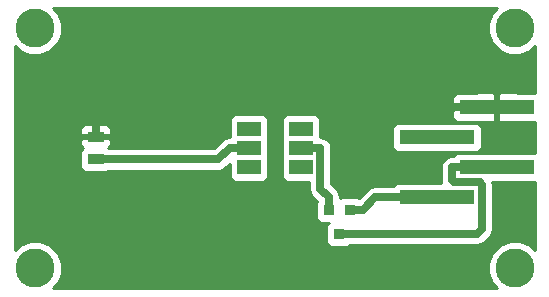
<source format=gtl>
G04 (created by PCBNEW-RS274X (2012-apr-16-27)-stable) date Thu 15 May 2014 11:09:12 AM PDT*
G01*
G70*
G90*
%MOIN*%
G04 Gerber Fmt 3.4, Leading zero omitted, Abs format*
%FSLAX34Y34*%
G04 APERTURE LIST*
%ADD10C,0.006000*%
%ADD11C,0.130000*%
%ADD12R,0.036000X0.036000*%
%ADD13R,0.055000X0.035000*%
%ADD14R,0.250000X0.050000*%
%ADD15R,0.078700X0.051200*%
%ADD16C,0.025000*%
%ADD17C,0.010000*%
G04 APERTURE END LIST*
G54D10*
G54D11*
X31000Y-21000D03*
X31000Y-29000D03*
X47000Y-29000D03*
X47000Y-21000D03*
G54D12*
X40792Y-27061D03*
X41492Y-27061D03*
X41142Y-27861D03*
G54D13*
X33024Y-24625D03*
X33024Y-25375D03*
G54D14*
X44402Y-26644D03*
X46398Y-25644D03*
X44402Y-24644D03*
X46398Y-23644D03*
G54D15*
X38134Y-24370D03*
X39866Y-24370D03*
X38134Y-25000D03*
X39866Y-25000D03*
X38134Y-25630D03*
X39866Y-25630D03*
G54D16*
X44970Y-26144D02*
X45822Y-26144D01*
X44898Y-26072D02*
X44970Y-26144D01*
X44898Y-25644D02*
X44898Y-26072D01*
X46398Y-25644D02*
X44898Y-25644D01*
X45730Y-27861D02*
X41142Y-27861D01*
X45894Y-27697D02*
X45730Y-27861D01*
X45894Y-26216D02*
X45894Y-27697D01*
X45822Y-26144D02*
X45894Y-26216D01*
X42339Y-26644D02*
X41922Y-27061D01*
X44402Y-26644D02*
X42339Y-26644D01*
X41492Y-27061D02*
X41922Y-27061D01*
X33580Y-23644D02*
X33024Y-24200D01*
X46398Y-23644D02*
X33580Y-23644D01*
X33024Y-24625D02*
X33024Y-24200D01*
X37116Y-25375D02*
X33024Y-25375D01*
X37491Y-25000D02*
X37116Y-25375D01*
X38134Y-25000D02*
X37491Y-25000D01*
X40510Y-26349D02*
X40792Y-26631D01*
X40510Y-25000D02*
X40510Y-26349D01*
X39866Y-25000D02*
X40510Y-25000D01*
X40792Y-27061D02*
X40792Y-26631D01*
G54D10*
G36*
X47675Y-28402D02*
X47511Y-28238D01*
X47180Y-28100D01*
X46822Y-28100D01*
X46491Y-28237D01*
X46238Y-28489D01*
X46100Y-28820D01*
X46100Y-29178D01*
X46237Y-29509D01*
X46402Y-29675D01*
X38776Y-29675D01*
X38776Y-25936D01*
X38776Y-25837D01*
X38776Y-25325D01*
X38772Y-25315D01*
X38776Y-25306D01*
X38776Y-25207D01*
X38776Y-24695D01*
X38772Y-24685D01*
X38776Y-24676D01*
X38776Y-24577D01*
X38776Y-24065D01*
X38738Y-23973D01*
X38668Y-23903D01*
X38577Y-23865D01*
X38478Y-23865D01*
X37692Y-23865D01*
X37600Y-23903D01*
X37530Y-23973D01*
X37492Y-24064D01*
X37492Y-24163D01*
X37492Y-24625D01*
X37491Y-24625D01*
X37347Y-24654D01*
X37226Y-24735D01*
X36961Y-25000D01*
X33451Y-25000D01*
X33510Y-24941D01*
X33548Y-24849D01*
X33549Y-24737D01*
X33549Y-24513D01*
X33548Y-24401D01*
X33510Y-24309D01*
X33440Y-24239D01*
X33349Y-24201D01*
X33250Y-24201D01*
X33136Y-24200D01*
X33074Y-24262D01*
X33074Y-24575D01*
X33487Y-24575D01*
X33549Y-24513D01*
X33549Y-24737D01*
X33487Y-24675D01*
X33124Y-24675D01*
X33074Y-24675D01*
X32974Y-24675D01*
X32974Y-24575D01*
X32974Y-24262D01*
X32912Y-24200D01*
X32798Y-24201D01*
X32699Y-24201D01*
X32608Y-24239D01*
X32538Y-24309D01*
X32500Y-24401D01*
X32499Y-24513D01*
X32561Y-24575D01*
X32974Y-24575D01*
X32974Y-24675D01*
X32924Y-24675D01*
X32561Y-24675D01*
X32499Y-24737D01*
X32500Y-24849D01*
X32538Y-24941D01*
X32597Y-25000D01*
X32538Y-25059D01*
X32500Y-25150D01*
X32500Y-25249D01*
X32500Y-25599D01*
X32538Y-25691D01*
X32608Y-25761D01*
X32699Y-25799D01*
X32798Y-25799D01*
X33348Y-25799D01*
X33440Y-25761D01*
X33451Y-25750D01*
X37116Y-25750D01*
X37259Y-25721D01*
X37260Y-25721D01*
X37381Y-25640D01*
X37492Y-25529D01*
X37492Y-25935D01*
X37530Y-26027D01*
X37600Y-26097D01*
X37691Y-26135D01*
X37790Y-26135D01*
X38576Y-26135D01*
X38668Y-26097D01*
X38738Y-26027D01*
X38776Y-25936D01*
X38776Y-29675D01*
X31597Y-29675D01*
X31762Y-29511D01*
X31900Y-29180D01*
X31900Y-28822D01*
X31763Y-28491D01*
X31511Y-28238D01*
X31180Y-28100D01*
X30822Y-28100D01*
X30491Y-28237D01*
X30325Y-28402D01*
X30325Y-21597D01*
X30489Y-21762D01*
X30820Y-21900D01*
X31178Y-21900D01*
X31509Y-21763D01*
X31762Y-21511D01*
X31900Y-21180D01*
X31900Y-20822D01*
X31763Y-20491D01*
X31597Y-20325D01*
X46402Y-20325D01*
X46238Y-20489D01*
X46100Y-20820D01*
X46100Y-21178D01*
X46237Y-21509D01*
X46489Y-21762D01*
X46820Y-21900D01*
X47178Y-21900D01*
X47509Y-21763D01*
X47675Y-21597D01*
X47675Y-23145D01*
X47599Y-23145D01*
X46510Y-23144D01*
X46448Y-23206D01*
X46448Y-23544D01*
X46448Y-23594D01*
X46448Y-23694D01*
X46448Y-23744D01*
X46448Y-24082D01*
X46510Y-24144D01*
X47599Y-24143D01*
X47675Y-24143D01*
X47675Y-25145D01*
X47599Y-25145D01*
X46348Y-25145D01*
X46348Y-24082D01*
X46348Y-23694D01*
X46348Y-23594D01*
X46348Y-23206D01*
X46286Y-23144D01*
X45197Y-23145D01*
X45098Y-23145D01*
X45007Y-23183D01*
X44937Y-23253D01*
X44899Y-23345D01*
X44898Y-23532D01*
X44960Y-23594D01*
X46348Y-23594D01*
X46348Y-23694D01*
X44960Y-23694D01*
X44898Y-23756D01*
X44899Y-23943D01*
X44937Y-24035D01*
X45007Y-24105D01*
X45098Y-24143D01*
X45197Y-24143D01*
X46286Y-24144D01*
X46348Y-24082D01*
X46348Y-25145D01*
X45901Y-25145D01*
X45901Y-24944D01*
X45901Y-24845D01*
X45901Y-24345D01*
X45863Y-24253D01*
X45793Y-24183D01*
X45702Y-24145D01*
X45603Y-24145D01*
X43103Y-24145D01*
X43011Y-24183D01*
X42941Y-24253D01*
X42903Y-24344D01*
X42903Y-24443D01*
X42903Y-24943D01*
X42941Y-25035D01*
X43011Y-25105D01*
X43102Y-25143D01*
X43201Y-25143D01*
X45701Y-25143D01*
X45793Y-25105D01*
X45863Y-25035D01*
X45901Y-24944D01*
X45901Y-25145D01*
X45099Y-25145D01*
X45007Y-25183D01*
X44937Y-25253D01*
X44930Y-25269D01*
X44898Y-25269D01*
X44754Y-25298D01*
X44633Y-25379D01*
X44552Y-25500D01*
X44523Y-25644D01*
X44523Y-26072D01*
X44537Y-26145D01*
X43103Y-26145D01*
X43011Y-26183D01*
X42941Y-26253D01*
X42934Y-26269D01*
X42339Y-26269D01*
X42195Y-26298D01*
X42134Y-26338D01*
X42073Y-26379D01*
X41791Y-26661D01*
X41722Y-26632D01*
X41623Y-26632D01*
X41263Y-26632D01*
X41171Y-26670D01*
X41167Y-26674D01*
X41167Y-26631D01*
X41166Y-26630D01*
X41138Y-26488D01*
X41138Y-26487D01*
X41097Y-26426D01*
X41057Y-26366D01*
X41057Y-26365D01*
X40885Y-26193D01*
X40885Y-25000D01*
X40856Y-24856D01*
X40775Y-24735D01*
X40654Y-24654D01*
X40510Y-24625D01*
X40508Y-24625D01*
X40508Y-24577D01*
X40508Y-24065D01*
X40470Y-23973D01*
X40400Y-23903D01*
X40309Y-23865D01*
X40210Y-23865D01*
X39424Y-23865D01*
X39332Y-23903D01*
X39262Y-23973D01*
X39224Y-24064D01*
X39224Y-24163D01*
X39224Y-24675D01*
X39227Y-24684D01*
X39224Y-24694D01*
X39224Y-24793D01*
X39224Y-25305D01*
X39227Y-25314D01*
X39224Y-25324D01*
X39224Y-25423D01*
X39224Y-25935D01*
X39262Y-26027D01*
X39332Y-26097D01*
X39423Y-26135D01*
X39522Y-26135D01*
X40135Y-26135D01*
X40135Y-26349D01*
X40164Y-26493D01*
X40245Y-26614D01*
X40392Y-26761D01*
X40363Y-26831D01*
X40363Y-26930D01*
X40363Y-27290D01*
X40401Y-27382D01*
X40471Y-27452D01*
X40562Y-27490D01*
X40661Y-27490D01*
X40801Y-27490D01*
X40751Y-27540D01*
X40713Y-27631D01*
X40713Y-27730D01*
X40713Y-28090D01*
X40751Y-28182D01*
X40821Y-28252D01*
X40912Y-28290D01*
X41011Y-28290D01*
X41371Y-28290D01*
X41463Y-28252D01*
X41479Y-28236D01*
X45730Y-28236D01*
X45873Y-28207D01*
X45874Y-28207D01*
X45995Y-28126D01*
X46159Y-27963D01*
X46159Y-27962D01*
X46199Y-27901D01*
X46240Y-27841D01*
X46240Y-27840D01*
X46268Y-27698D01*
X46269Y-27697D01*
X46269Y-26216D01*
X46268Y-26215D01*
X46254Y-26143D01*
X47675Y-26143D01*
X47675Y-28402D01*
X47675Y-28402D01*
G37*
G54D17*
X47675Y-28402D02*
X47511Y-28238D01*
X47180Y-28100D01*
X46822Y-28100D01*
X46491Y-28237D01*
X46238Y-28489D01*
X46100Y-28820D01*
X46100Y-29178D01*
X46237Y-29509D01*
X46402Y-29675D01*
X38776Y-29675D01*
X38776Y-25936D01*
X38776Y-25837D01*
X38776Y-25325D01*
X38772Y-25315D01*
X38776Y-25306D01*
X38776Y-25207D01*
X38776Y-24695D01*
X38772Y-24685D01*
X38776Y-24676D01*
X38776Y-24577D01*
X38776Y-24065D01*
X38738Y-23973D01*
X38668Y-23903D01*
X38577Y-23865D01*
X38478Y-23865D01*
X37692Y-23865D01*
X37600Y-23903D01*
X37530Y-23973D01*
X37492Y-24064D01*
X37492Y-24163D01*
X37492Y-24625D01*
X37491Y-24625D01*
X37347Y-24654D01*
X37226Y-24735D01*
X36961Y-25000D01*
X33451Y-25000D01*
X33510Y-24941D01*
X33548Y-24849D01*
X33549Y-24737D01*
X33549Y-24513D01*
X33548Y-24401D01*
X33510Y-24309D01*
X33440Y-24239D01*
X33349Y-24201D01*
X33250Y-24201D01*
X33136Y-24200D01*
X33074Y-24262D01*
X33074Y-24575D01*
X33487Y-24575D01*
X33549Y-24513D01*
X33549Y-24737D01*
X33487Y-24675D01*
X33124Y-24675D01*
X33074Y-24675D01*
X32974Y-24675D01*
X32974Y-24575D01*
X32974Y-24262D01*
X32912Y-24200D01*
X32798Y-24201D01*
X32699Y-24201D01*
X32608Y-24239D01*
X32538Y-24309D01*
X32500Y-24401D01*
X32499Y-24513D01*
X32561Y-24575D01*
X32974Y-24575D01*
X32974Y-24675D01*
X32924Y-24675D01*
X32561Y-24675D01*
X32499Y-24737D01*
X32500Y-24849D01*
X32538Y-24941D01*
X32597Y-25000D01*
X32538Y-25059D01*
X32500Y-25150D01*
X32500Y-25249D01*
X32500Y-25599D01*
X32538Y-25691D01*
X32608Y-25761D01*
X32699Y-25799D01*
X32798Y-25799D01*
X33348Y-25799D01*
X33440Y-25761D01*
X33451Y-25750D01*
X37116Y-25750D01*
X37259Y-25721D01*
X37260Y-25721D01*
X37381Y-25640D01*
X37492Y-25529D01*
X37492Y-25935D01*
X37530Y-26027D01*
X37600Y-26097D01*
X37691Y-26135D01*
X37790Y-26135D01*
X38576Y-26135D01*
X38668Y-26097D01*
X38738Y-26027D01*
X38776Y-25936D01*
X38776Y-29675D01*
X31597Y-29675D01*
X31762Y-29511D01*
X31900Y-29180D01*
X31900Y-28822D01*
X31763Y-28491D01*
X31511Y-28238D01*
X31180Y-28100D01*
X30822Y-28100D01*
X30491Y-28237D01*
X30325Y-28402D01*
X30325Y-21597D01*
X30489Y-21762D01*
X30820Y-21900D01*
X31178Y-21900D01*
X31509Y-21763D01*
X31762Y-21511D01*
X31900Y-21180D01*
X31900Y-20822D01*
X31763Y-20491D01*
X31597Y-20325D01*
X46402Y-20325D01*
X46238Y-20489D01*
X46100Y-20820D01*
X46100Y-21178D01*
X46237Y-21509D01*
X46489Y-21762D01*
X46820Y-21900D01*
X47178Y-21900D01*
X47509Y-21763D01*
X47675Y-21597D01*
X47675Y-23145D01*
X47599Y-23145D01*
X46510Y-23144D01*
X46448Y-23206D01*
X46448Y-23544D01*
X46448Y-23594D01*
X46448Y-23694D01*
X46448Y-23744D01*
X46448Y-24082D01*
X46510Y-24144D01*
X47599Y-24143D01*
X47675Y-24143D01*
X47675Y-25145D01*
X47599Y-25145D01*
X46348Y-25145D01*
X46348Y-24082D01*
X46348Y-23694D01*
X46348Y-23594D01*
X46348Y-23206D01*
X46286Y-23144D01*
X45197Y-23145D01*
X45098Y-23145D01*
X45007Y-23183D01*
X44937Y-23253D01*
X44899Y-23345D01*
X44898Y-23532D01*
X44960Y-23594D01*
X46348Y-23594D01*
X46348Y-23694D01*
X44960Y-23694D01*
X44898Y-23756D01*
X44899Y-23943D01*
X44937Y-24035D01*
X45007Y-24105D01*
X45098Y-24143D01*
X45197Y-24143D01*
X46286Y-24144D01*
X46348Y-24082D01*
X46348Y-25145D01*
X45901Y-25145D01*
X45901Y-24944D01*
X45901Y-24845D01*
X45901Y-24345D01*
X45863Y-24253D01*
X45793Y-24183D01*
X45702Y-24145D01*
X45603Y-24145D01*
X43103Y-24145D01*
X43011Y-24183D01*
X42941Y-24253D01*
X42903Y-24344D01*
X42903Y-24443D01*
X42903Y-24943D01*
X42941Y-25035D01*
X43011Y-25105D01*
X43102Y-25143D01*
X43201Y-25143D01*
X45701Y-25143D01*
X45793Y-25105D01*
X45863Y-25035D01*
X45901Y-24944D01*
X45901Y-25145D01*
X45099Y-25145D01*
X45007Y-25183D01*
X44937Y-25253D01*
X44930Y-25269D01*
X44898Y-25269D01*
X44754Y-25298D01*
X44633Y-25379D01*
X44552Y-25500D01*
X44523Y-25644D01*
X44523Y-26072D01*
X44537Y-26145D01*
X43103Y-26145D01*
X43011Y-26183D01*
X42941Y-26253D01*
X42934Y-26269D01*
X42339Y-26269D01*
X42195Y-26298D01*
X42134Y-26338D01*
X42073Y-26379D01*
X41791Y-26661D01*
X41722Y-26632D01*
X41623Y-26632D01*
X41263Y-26632D01*
X41171Y-26670D01*
X41167Y-26674D01*
X41167Y-26631D01*
X41166Y-26630D01*
X41138Y-26488D01*
X41138Y-26487D01*
X41097Y-26426D01*
X41057Y-26366D01*
X41057Y-26365D01*
X40885Y-26193D01*
X40885Y-25000D01*
X40856Y-24856D01*
X40775Y-24735D01*
X40654Y-24654D01*
X40510Y-24625D01*
X40508Y-24625D01*
X40508Y-24577D01*
X40508Y-24065D01*
X40470Y-23973D01*
X40400Y-23903D01*
X40309Y-23865D01*
X40210Y-23865D01*
X39424Y-23865D01*
X39332Y-23903D01*
X39262Y-23973D01*
X39224Y-24064D01*
X39224Y-24163D01*
X39224Y-24675D01*
X39227Y-24684D01*
X39224Y-24694D01*
X39224Y-24793D01*
X39224Y-25305D01*
X39227Y-25314D01*
X39224Y-25324D01*
X39224Y-25423D01*
X39224Y-25935D01*
X39262Y-26027D01*
X39332Y-26097D01*
X39423Y-26135D01*
X39522Y-26135D01*
X40135Y-26135D01*
X40135Y-26349D01*
X40164Y-26493D01*
X40245Y-26614D01*
X40392Y-26761D01*
X40363Y-26831D01*
X40363Y-26930D01*
X40363Y-27290D01*
X40401Y-27382D01*
X40471Y-27452D01*
X40562Y-27490D01*
X40661Y-27490D01*
X40801Y-27490D01*
X40751Y-27540D01*
X40713Y-27631D01*
X40713Y-27730D01*
X40713Y-28090D01*
X40751Y-28182D01*
X40821Y-28252D01*
X40912Y-28290D01*
X41011Y-28290D01*
X41371Y-28290D01*
X41463Y-28252D01*
X41479Y-28236D01*
X45730Y-28236D01*
X45873Y-28207D01*
X45874Y-28207D01*
X45995Y-28126D01*
X46159Y-27963D01*
X46159Y-27962D01*
X46199Y-27901D01*
X46240Y-27841D01*
X46240Y-27840D01*
X46268Y-27698D01*
X46269Y-27697D01*
X46269Y-26216D01*
X46268Y-26215D01*
X46254Y-26143D01*
X47675Y-26143D01*
X47675Y-28402D01*
M02*

</source>
